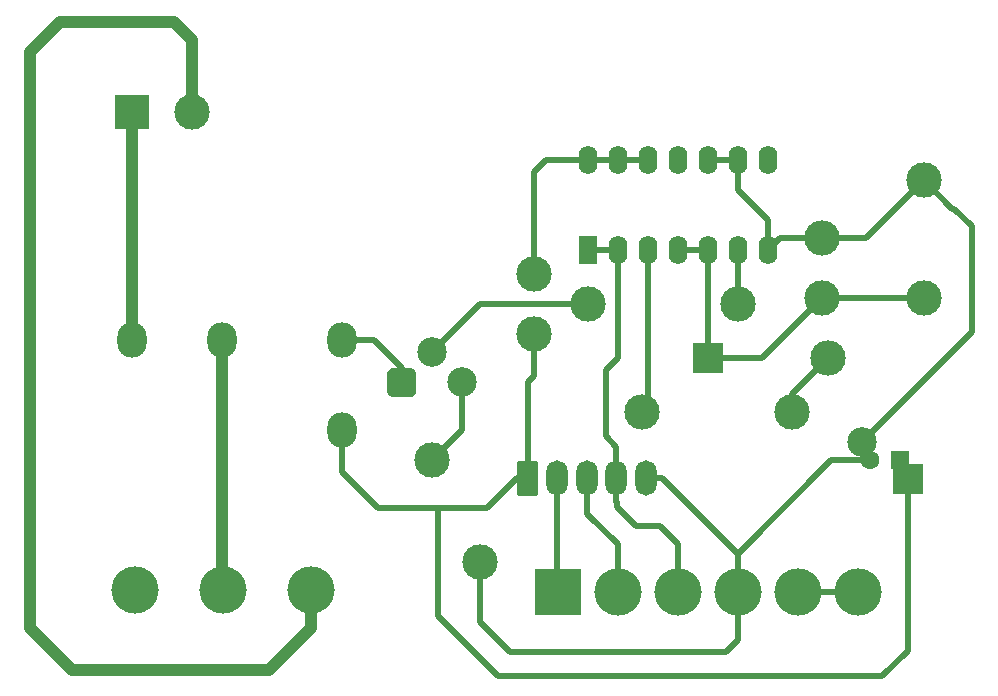
<source format=gbr>
G04 #@! TF.GenerationSoftware,KiCad,Pcbnew,5.1.5*
G04 #@! TF.CreationDate,2019-12-19T20:19:00+01:00*
G04 #@! TF.ProjectId,counter,636f756e-7465-4722-9e6b-696361645f70,rev?*
G04 #@! TF.SameCoordinates,Original*
G04 #@! TF.FileFunction,Copper,L2,Bot*
G04 #@! TF.FilePolarity,Positive*
%FSLAX46Y46*%
G04 Gerber Fmt 4.6, Leading zero omitted, Abs format (unit mm)*
G04 Created by KiCad (PCBNEW 5.1.5) date 2019-12-19 20:19:00*
%MOMM*%
%LPD*%
G04 APERTURE LIST*
%ADD10C,3.000000*%
%ADD11R,1.600000X1.600000*%
%ADD12C,1.600000*%
%ADD13R,2.500000X2.500000*%
%ADD14C,2.500000*%
%ADD15O,3.000000X3.000000*%
%ADD16C,4.000000*%
%ADD17R,4.000000X4.000000*%
%ADD18R,3.000000X3.000000*%
%ADD19C,0.100000*%
%ADD20O,1.800000X3.000000*%
%ADD21O,2.500000X3.000000*%
%ADD22R,1.600000X2.400000*%
%ADD23O,1.600000X2.400000*%
%ADD24C,0.500000*%
%ADD25C,1.000000*%
G04 APERTURE END LIST*
D10*
X149352000Y-50292000D03*
X149352000Y-40292000D03*
D11*
X147320000Y-64008000D03*
D12*
X144820000Y-64008000D03*
D13*
X147990937Y-65608000D03*
D14*
X144149063Y-62408000D03*
D13*
X131064000Y-55372000D03*
D15*
X141224000Y-55372000D03*
D16*
X82550000Y-75000000D03*
X90000000Y-75000000D03*
X97500000Y-75000000D03*
X123444000Y-75184000D03*
X128524000Y-75184000D03*
D17*
X118364000Y-75184000D03*
D16*
X133604000Y-75184000D03*
X138684000Y-75184000D03*
X143764000Y-75184000D03*
D18*
X82296000Y-34544000D03*
D10*
X87376000Y-34544000D03*
G04 #@! TA.AperFunction,ComponentPad*
D19*
G36*
X116485335Y-64033274D02*
G01*
X116511021Y-64037084D01*
X116536209Y-64043394D01*
X116560658Y-64052141D01*
X116584132Y-64063244D01*
X116606404Y-64076593D01*
X116627260Y-64092061D01*
X116646500Y-64109500D01*
X116663939Y-64128740D01*
X116679407Y-64149596D01*
X116692756Y-64171868D01*
X116703859Y-64195342D01*
X116712606Y-64219791D01*
X116718916Y-64244979D01*
X116722726Y-64270665D01*
X116724000Y-64296600D01*
X116724000Y-66767400D01*
X116722726Y-66793335D01*
X116718916Y-66819021D01*
X116712606Y-66844209D01*
X116703859Y-66868658D01*
X116692756Y-66892132D01*
X116679407Y-66914404D01*
X116663939Y-66935260D01*
X116646500Y-66954500D01*
X116627260Y-66971939D01*
X116606404Y-66987407D01*
X116584132Y-67000756D01*
X116560658Y-67011859D01*
X116536209Y-67020606D01*
X116511021Y-67026916D01*
X116485335Y-67030726D01*
X116459400Y-67032000D01*
X115188600Y-67032000D01*
X115162665Y-67030726D01*
X115136979Y-67026916D01*
X115111791Y-67020606D01*
X115087342Y-67011859D01*
X115063868Y-67000756D01*
X115041596Y-66987407D01*
X115020740Y-66971939D01*
X115001500Y-66954500D01*
X114984061Y-66935260D01*
X114968593Y-66914404D01*
X114955244Y-66892132D01*
X114944141Y-66868658D01*
X114935394Y-66844209D01*
X114929084Y-66819021D01*
X114925274Y-66793335D01*
X114924000Y-66767400D01*
X114924000Y-64296600D01*
X114925274Y-64270665D01*
X114929084Y-64244979D01*
X114935394Y-64219791D01*
X114944141Y-64195342D01*
X114955244Y-64171868D01*
X114968593Y-64149596D01*
X114984061Y-64128740D01*
X115001500Y-64109500D01*
X115020740Y-64092061D01*
X115041596Y-64076593D01*
X115063868Y-64063244D01*
X115087342Y-64052141D01*
X115111791Y-64043394D01*
X115136979Y-64037084D01*
X115162665Y-64033274D01*
X115188600Y-64032000D01*
X116459400Y-64032000D01*
X116485335Y-64033274D01*
G37*
G04 #@! TD.AperFunction*
D20*
X118324000Y-65532000D03*
X120824000Y-65532000D03*
X123324000Y-65532000D03*
X125824000Y-65532000D03*
D14*
X107696000Y-54864000D03*
X110236000Y-57404000D03*
G04 #@! TA.AperFunction,ComponentPad*
D19*
G36*
X105842261Y-56157010D02*
G01*
X105902931Y-56166009D01*
X105962428Y-56180912D01*
X106020177Y-56201575D01*
X106075623Y-56227799D01*
X106128231Y-56259331D01*
X106177496Y-56295868D01*
X106222942Y-56337058D01*
X106264132Y-56382504D01*
X106300669Y-56431769D01*
X106332201Y-56484377D01*
X106358425Y-56539823D01*
X106379088Y-56597572D01*
X106393991Y-56657069D01*
X106402990Y-56717739D01*
X106406000Y-56779000D01*
X106406000Y-58029000D01*
X106402990Y-58090261D01*
X106393991Y-58150931D01*
X106379088Y-58210428D01*
X106358425Y-58268177D01*
X106332201Y-58323623D01*
X106300669Y-58376231D01*
X106264132Y-58425496D01*
X106222942Y-58470942D01*
X106177496Y-58512132D01*
X106128231Y-58548669D01*
X106075623Y-58580201D01*
X106020177Y-58606425D01*
X105962428Y-58627088D01*
X105902931Y-58641991D01*
X105842261Y-58650990D01*
X105781000Y-58654000D01*
X104531000Y-58654000D01*
X104469739Y-58650990D01*
X104409069Y-58641991D01*
X104349572Y-58627088D01*
X104291823Y-58606425D01*
X104236377Y-58580201D01*
X104183769Y-58548669D01*
X104134504Y-58512132D01*
X104089058Y-58470942D01*
X104047868Y-58425496D01*
X104011331Y-58376231D01*
X103979799Y-58323623D01*
X103953575Y-58268177D01*
X103932912Y-58210428D01*
X103918009Y-58150931D01*
X103909010Y-58090261D01*
X103906000Y-58029000D01*
X103906000Y-56779000D01*
X103909010Y-56717739D01*
X103918009Y-56657069D01*
X103932912Y-56597572D01*
X103953575Y-56539823D01*
X103979799Y-56484377D01*
X104011331Y-56431769D01*
X104047868Y-56382504D01*
X104089058Y-56337058D01*
X104134504Y-56295868D01*
X104183769Y-56259331D01*
X104236377Y-56227799D01*
X104291823Y-56201575D01*
X104349572Y-56180912D01*
X104409069Y-56166009D01*
X104469739Y-56157010D01*
X104531000Y-56154000D01*
X105781000Y-56154000D01*
X105842261Y-56157010D01*
G37*
G04 #@! TD.AperFunction*
D15*
X140716000Y-45212000D03*
D10*
X140716000Y-50292000D03*
D21*
X100076000Y-53848000D03*
X89916000Y-53848000D03*
X82296000Y-53848000D03*
X100076000Y-61468000D03*
D22*
X120904000Y-46228000D03*
D23*
X136144000Y-38608000D03*
X123444000Y-46228000D03*
X133604000Y-38608000D03*
X125984000Y-46228000D03*
X131064000Y-38608000D03*
X128524000Y-46228000D03*
X128524000Y-38608000D03*
X131064000Y-46228000D03*
X125984000Y-38608000D03*
X133604000Y-46228000D03*
X123444000Y-38608000D03*
X136144000Y-46228000D03*
X120904000Y-38608000D03*
D10*
X138176000Y-59944000D03*
D15*
X125476000Y-59944000D03*
D10*
X120904000Y-50800000D03*
D15*
X133604000Y-50800000D03*
D10*
X107696000Y-64008000D03*
X111760000Y-72644000D03*
X116332000Y-48260000D03*
X116332000Y-53340000D03*
D24*
X131064000Y-46228000D02*
X131064000Y-55372000D01*
X131064000Y-46228000D02*
X128524000Y-46228000D01*
X140716000Y-50292000D02*
X149352000Y-50292000D01*
X135636000Y-55372000D02*
X131064000Y-55372000D01*
X140716000Y-50292000D02*
X135636000Y-55372000D01*
X127224000Y-65532000D02*
X133604000Y-71912000D01*
X133604000Y-72355573D02*
X133604000Y-75184000D01*
X125824000Y-65532000D02*
X127224000Y-65532000D01*
X133604000Y-72136000D02*
X133604000Y-72355573D01*
X133604000Y-71912000D02*
X133604000Y-72136000D01*
X144432000Y-45212000D02*
X149352000Y-40292000D01*
X140716000Y-45212000D02*
X144432000Y-45212000D01*
X149352000Y-40292000D02*
X151740936Y-42680936D01*
X137160000Y-45212000D02*
X136144000Y-46228000D01*
X140716000Y-45212000D02*
X137160000Y-45212000D01*
X131064000Y-38608000D02*
X133604000Y-38608000D01*
X133604000Y-38608000D02*
X133604000Y-41148000D01*
X136144000Y-43688000D02*
X136144000Y-46228000D01*
X133604000Y-41148000D02*
X136144000Y-43688000D01*
X110236000Y-57404000D02*
X110236000Y-61468000D01*
X110236000Y-61468000D02*
X107696000Y-64008000D01*
X133604000Y-79248000D02*
X133604000Y-75184000D01*
X132588000Y-80264000D02*
X133604000Y-79248000D01*
X111760000Y-72644000D02*
X111760000Y-77724000D01*
X114300000Y-80264000D02*
X132588000Y-80264000D01*
X111760000Y-77724000D02*
X114300000Y-80264000D01*
X141508000Y-64008000D02*
X133604000Y-71912000D01*
X144820000Y-64008000D02*
X141508000Y-64008000D01*
X144149063Y-63337063D02*
X144820000Y-64008000D01*
X144149063Y-62408000D02*
X144149063Y-63337063D01*
X151740936Y-42680936D02*
X151900936Y-42680936D01*
X151900936Y-42680936D02*
X153416000Y-44196000D01*
X153416000Y-53141063D02*
X144149063Y-62408000D01*
X153416000Y-44196000D02*
X153416000Y-53141063D01*
X120904000Y-38608000D02*
X123444000Y-38608000D01*
X123444000Y-38608000D02*
X125984000Y-38608000D01*
X120904000Y-38608000D02*
X117348000Y-38608000D01*
X117348000Y-38608000D02*
X116332000Y-39624000D01*
X116332000Y-39624000D02*
X116332000Y-48260000D01*
X116332000Y-53340000D02*
X116332000Y-56896000D01*
X115824000Y-57404000D02*
X115824000Y-65532000D01*
X116332000Y-56896000D02*
X115824000Y-57404000D01*
X114924000Y-65532000D02*
X112384000Y-68072000D01*
X115824000Y-65532000D02*
X114924000Y-65532000D01*
X100076000Y-65024000D02*
X100076000Y-61468000D01*
X103124000Y-68072000D02*
X100076000Y-65024000D01*
X108204000Y-68072000D02*
X108204000Y-77216000D01*
X108204000Y-68072000D02*
X103124000Y-68072000D01*
X112384000Y-68072000D02*
X108204000Y-68072000D01*
X108204000Y-77216000D02*
X113284000Y-82296000D01*
X113284000Y-82296000D02*
X145796000Y-82296000D01*
X147990937Y-80101063D02*
X147990937Y-65608000D01*
X145796000Y-82296000D02*
X147990937Y-80101063D01*
X147320000Y-64937063D02*
X147990937Y-65608000D01*
X147320000Y-64008000D02*
X147320000Y-64937063D01*
X138176000Y-58420000D02*
X138176000Y-59944000D01*
X141224000Y-55372000D02*
X138176000Y-58420000D01*
D25*
X89916000Y-74916000D02*
X90000000Y-75000000D01*
X89916000Y-53848000D02*
X89916000Y-74916000D01*
X97500000Y-75000000D02*
X97500000Y-78196000D01*
X97500000Y-78196000D02*
X93908000Y-81788000D01*
X93908000Y-81788000D02*
X77216000Y-81788000D01*
X77216000Y-81788000D02*
X73660000Y-78232000D01*
X73660000Y-78232000D02*
X73660000Y-29464000D01*
X73660000Y-29464000D02*
X76200000Y-26924000D01*
X76200000Y-26924000D02*
X85852000Y-26924000D01*
X87376000Y-28448000D02*
X87376000Y-34544000D01*
X85852000Y-26924000D02*
X87376000Y-28448000D01*
D24*
X120824000Y-65532000D02*
X120824000Y-68500000D01*
X123444000Y-71120000D02*
X123444000Y-75184000D01*
X120824000Y-68500000D02*
X123444000Y-71120000D01*
X123324000Y-67532000D02*
X123356000Y-67564000D01*
X123324000Y-65532000D02*
X123324000Y-67532000D01*
X123356000Y-67564000D02*
X123356000Y-67984000D01*
X123356000Y-67984000D02*
X124968000Y-69596000D01*
X124968000Y-69596000D02*
X127000000Y-69596000D01*
X128524000Y-71120000D02*
X128524000Y-75184000D01*
X127000000Y-69596000D02*
X128524000Y-71120000D01*
X120904000Y-46228000D02*
X123444000Y-46228000D01*
X123444000Y-46228000D02*
X123444000Y-55372000D01*
X123444000Y-55372000D02*
X122428000Y-56388000D01*
X122428000Y-56388000D02*
X122428000Y-61976000D01*
X123324000Y-62872000D02*
X123324000Y-65532000D01*
X122428000Y-61976000D02*
X123324000Y-62872000D01*
X118324000Y-75144000D02*
X118364000Y-75184000D01*
X118324000Y-65532000D02*
X118324000Y-75144000D01*
X138684000Y-75184000D02*
X143764000Y-75184000D01*
D25*
X82296000Y-34544000D02*
X82296000Y-53848000D01*
D24*
X111760000Y-50800000D02*
X107696000Y-54864000D01*
X120904000Y-50800000D02*
X111760000Y-50800000D01*
X105156000Y-56154000D02*
X105156000Y-57404000D01*
X102850000Y-53848000D02*
X105156000Y-56154000D01*
X100076000Y-53848000D02*
X102850000Y-53848000D01*
X125984000Y-59436000D02*
X125476000Y-59944000D01*
X125984000Y-46228000D02*
X125984000Y-59436000D01*
X133604000Y-46228000D02*
X133604000Y-50800000D01*
M02*

</source>
